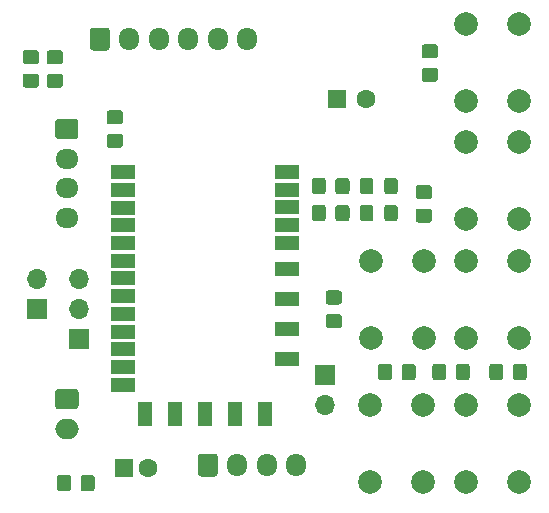
<source format=gts>
G04 #@! TF.GenerationSoftware,KiCad,Pcbnew,5.1.9+dfsg1-1+deb11u1*
G04 #@! TF.CreationDate,2023-05-29T16:58:53+09:00*
G04 #@! TF.ProjectId,bluetooth_JDY-67_dev_board,626c7565-746f-46f7-9468-5f4a44592d36,rev?*
G04 #@! TF.SameCoordinates,Original*
G04 #@! TF.FileFunction,Soldermask,Top*
G04 #@! TF.FilePolarity,Negative*
%FSLAX46Y46*%
G04 Gerber Fmt 4.6, Leading zero omitted, Abs format (unit mm)*
G04 Created by KiCad (PCBNEW 5.1.9+dfsg1-1+deb11u1) date 2023-05-29 16:58:53*
%MOMM*%
%LPD*%
G01*
G04 APERTURE LIST*
%ADD10R,1.600000X1.600000*%
%ADD11C,1.600000*%
%ADD12O,2.000000X1.700000*%
%ADD13R,1.700000X1.700000*%
%ADD14O,1.700000X1.700000*%
%ADD15O,1.950000X1.700000*%
%ADD16O,1.700000X1.950000*%
%ADD17C,2.000000*%
%ADD18R,2.000000X1.200000*%
%ADD19R,1.200000X2.000000*%
G04 APERTURE END LIST*
D10*
X106204000Y-116332000D03*
D11*
X108204000Y-116332000D03*
G36*
G01*
X103708000Y-117151999D02*
X103708000Y-118052001D01*
G75*
G02*
X103458001Y-118302000I-249999J0D01*
G01*
X102757999Y-118302000D01*
G75*
G02*
X102508000Y-118052001I0J249999D01*
G01*
X102508000Y-117151999D01*
G75*
G02*
X102757999Y-116902000I249999J0D01*
G01*
X103458001Y-116902000D01*
G75*
G02*
X103708000Y-117151999I0J-249999D01*
G01*
G37*
G36*
G01*
X101708000Y-117151999D02*
X101708000Y-118052001D01*
G75*
G02*
X101458001Y-118302000I-249999J0D01*
G01*
X100757999Y-118302000D01*
G75*
G02*
X100508000Y-118052001I0J249999D01*
G01*
X100508000Y-117151999D01*
G75*
G02*
X100757999Y-116902000I249999J0D01*
G01*
X101458001Y-116902000D01*
G75*
G02*
X101708000Y-117151999I0J-249999D01*
G01*
G37*
G36*
G01*
X100780001Y-82150000D02*
X99879999Y-82150000D01*
G75*
G02*
X99630000Y-81900001I0J249999D01*
G01*
X99630000Y-81199999D01*
G75*
G02*
X99879999Y-80950000I249999J0D01*
G01*
X100780001Y-80950000D01*
G75*
G02*
X101030000Y-81199999I0J-249999D01*
G01*
X101030000Y-81900001D01*
G75*
G02*
X100780001Y-82150000I-249999J0D01*
G01*
G37*
G36*
G01*
X100780001Y-84150000D02*
X99879999Y-84150000D01*
G75*
G02*
X99630000Y-83900001I0J249999D01*
G01*
X99630000Y-83199999D01*
G75*
G02*
X99879999Y-82950000I249999J0D01*
G01*
X100780001Y-82950000D01*
G75*
G02*
X101030000Y-83199999I0J-249999D01*
G01*
X101030000Y-83900001D01*
G75*
G02*
X100780001Y-84150000I-249999J0D01*
G01*
G37*
G36*
G01*
X129362000Y-92005999D02*
X129362000Y-92906001D01*
G75*
G02*
X129112001Y-93156000I-249999J0D01*
G01*
X128461999Y-93156000D01*
G75*
G02*
X128212000Y-92906001I0J249999D01*
G01*
X128212000Y-92005999D01*
G75*
G02*
X128461999Y-91756000I249999J0D01*
G01*
X129112001Y-91756000D01*
G75*
G02*
X129362000Y-92005999I0J-249999D01*
G01*
G37*
G36*
G01*
X127312000Y-92005999D02*
X127312000Y-92906001D01*
G75*
G02*
X127062001Y-93156000I-249999J0D01*
G01*
X126411999Y-93156000D01*
G75*
G02*
X126162000Y-92906001I0J249999D01*
G01*
X126162000Y-92005999D01*
G75*
G02*
X126411999Y-91756000I249999J0D01*
G01*
X127062001Y-91756000D01*
G75*
G02*
X127312000Y-92005999I0J-249999D01*
G01*
G37*
G36*
G01*
X127312000Y-94291999D02*
X127312000Y-95192001D01*
G75*
G02*
X127062001Y-95442000I-249999J0D01*
G01*
X126411999Y-95442000D01*
G75*
G02*
X126162000Y-95192001I0J249999D01*
G01*
X126162000Y-94291999D01*
G75*
G02*
X126411999Y-94042000I249999J0D01*
G01*
X127062001Y-94042000D01*
G75*
G02*
X127312000Y-94291999I0J-249999D01*
G01*
G37*
G36*
G01*
X129362000Y-94291999D02*
X129362000Y-95192001D01*
G75*
G02*
X129112001Y-95442000I-249999J0D01*
G01*
X128461999Y-95442000D01*
G75*
G02*
X128212000Y-95192001I0J249999D01*
G01*
X128212000Y-94291999D01*
G75*
G02*
X128461999Y-94042000I249999J0D01*
G01*
X129112001Y-94042000D01*
G75*
G02*
X129362000Y-94291999I0J-249999D01*
G01*
G37*
G36*
G01*
X100596000Y-109640000D02*
X102096000Y-109640000D01*
G75*
G02*
X102346000Y-109890000I0J-250000D01*
G01*
X102346000Y-111090000D01*
G75*
G02*
X102096000Y-111340000I-250000J0D01*
G01*
X100596000Y-111340000D01*
G75*
G02*
X100346000Y-111090000I0J250000D01*
G01*
X100346000Y-109890000D01*
G75*
G02*
X100596000Y-109640000I250000J0D01*
G01*
G37*
D12*
X101346000Y-112990000D03*
D13*
X98806000Y-102870000D03*
D14*
X98806000Y-100330000D03*
G36*
G01*
X100621000Y-86780000D02*
X102071000Y-86780000D01*
G75*
G02*
X102321000Y-87030000I0J-250000D01*
G01*
X102321000Y-88230000D01*
G75*
G02*
X102071000Y-88480000I-250000J0D01*
G01*
X100621000Y-88480000D01*
G75*
G02*
X100371000Y-88230000I0J250000D01*
G01*
X100371000Y-87030000D01*
G75*
G02*
X100621000Y-86780000I250000J0D01*
G01*
G37*
D15*
X101346000Y-90130000D03*
X101346000Y-92630000D03*
X101346000Y-95130000D03*
D16*
X120784000Y-116078000D03*
X118284000Y-116078000D03*
X115784000Y-116078000D03*
G36*
G01*
X112434000Y-116803000D02*
X112434000Y-115353000D01*
G75*
G02*
X112684000Y-115103000I250000J0D01*
G01*
X113884000Y-115103000D01*
G75*
G02*
X114134000Y-115353000I0J-250000D01*
G01*
X114134000Y-116803000D01*
G75*
G02*
X113884000Y-117053000I-250000J0D01*
G01*
X112684000Y-117053000D01*
G75*
G02*
X112434000Y-116803000I0J250000D01*
G01*
G37*
D14*
X123190000Y-110998000D03*
D13*
X123190000Y-108458000D03*
X102362000Y-105410000D03*
D14*
X102362000Y-102870000D03*
X102362000Y-100330000D03*
G36*
G01*
X103290000Y-80735000D02*
X103290000Y-79285000D01*
G75*
G02*
X103540000Y-79035000I250000J0D01*
G01*
X104740000Y-79035000D01*
G75*
G02*
X104990000Y-79285000I0J-250000D01*
G01*
X104990000Y-80735000D01*
G75*
G02*
X104740000Y-80985000I-250000J0D01*
G01*
X103540000Y-80985000D01*
G75*
G02*
X103290000Y-80735000I0J250000D01*
G01*
G37*
D16*
X106640000Y-80010000D03*
X109140000Y-80010000D03*
X111640000Y-80010000D03*
X114140000Y-80010000D03*
X116640000Y-80010000D03*
D10*
X124206000Y-85090000D03*
D11*
X126706000Y-85090000D03*
G36*
G01*
X105860001Y-87230000D02*
X104959999Y-87230000D01*
G75*
G02*
X104710000Y-86980001I0J249999D01*
G01*
X104710000Y-86279999D01*
G75*
G02*
X104959999Y-86030000I249999J0D01*
G01*
X105860001Y-86030000D01*
G75*
G02*
X106110000Y-86279999I0J-249999D01*
G01*
X106110000Y-86980001D01*
G75*
G02*
X105860001Y-87230000I-249999J0D01*
G01*
G37*
G36*
G01*
X105860001Y-89230000D02*
X104959999Y-89230000D01*
G75*
G02*
X104710000Y-88980001I0J249999D01*
G01*
X104710000Y-88279999D01*
G75*
G02*
X104959999Y-88030000I249999J0D01*
G01*
X105860001Y-88030000D01*
G75*
G02*
X106110000Y-88279999I0J-249999D01*
G01*
X106110000Y-88980001D01*
G75*
G02*
X105860001Y-89230000I-249999J0D01*
G01*
G37*
G36*
G01*
X97847999Y-80934000D02*
X98748001Y-80934000D01*
G75*
G02*
X98998000Y-81183999I0J-249999D01*
G01*
X98998000Y-81884001D01*
G75*
G02*
X98748001Y-82134000I-249999J0D01*
G01*
X97847999Y-82134000D01*
G75*
G02*
X97598000Y-81884001I0J249999D01*
G01*
X97598000Y-81183999D01*
G75*
G02*
X97847999Y-80934000I249999J0D01*
G01*
G37*
G36*
G01*
X97847999Y-82934000D02*
X98748001Y-82934000D01*
G75*
G02*
X98998000Y-83183999I0J-249999D01*
G01*
X98998000Y-83884001D01*
G75*
G02*
X98748001Y-84134000I-249999J0D01*
G01*
X97847999Y-84134000D01*
G75*
G02*
X97598000Y-83884001I0J249999D01*
G01*
X97598000Y-83183999D01*
G75*
G02*
X97847999Y-82934000I249999J0D01*
G01*
G37*
G36*
G01*
X123282000Y-92005999D02*
X123282000Y-92906001D01*
G75*
G02*
X123032001Y-93156000I-249999J0D01*
G01*
X122331999Y-93156000D01*
G75*
G02*
X122082000Y-92906001I0J249999D01*
G01*
X122082000Y-92005999D01*
G75*
G02*
X122331999Y-91756000I249999J0D01*
G01*
X123032001Y-91756000D01*
G75*
G02*
X123282000Y-92005999I0J-249999D01*
G01*
G37*
G36*
G01*
X125282000Y-92005999D02*
X125282000Y-92906001D01*
G75*
G02*
X125032001Y-93156000I-249999J0D01*
G01*
X124331999Y-93156000D01*
G75*
G02*
X124082000Y-92906001I0J249999D01*
G01*
X124082000Y-92005999D01*
G75*
G02*
X124331999Y-91756000I249999J0D01*
G01*
X125032001Y-91756000D01*
G75*
G02*
X125282000Y-92005999I0J-249999D01*
G01*
G37*
G36*
G01*
X125282000Y-94291999D02*
X125282000Y-95192001D01*
G75*
G02*
X125032001Y-95442000I-249999J0D01*
G01*
X124331999Y-95442000D01*
G75*
G02*
X124082000Y-95192001I0J249999D01*
G01*
X124082000Y-94291999D01*
G75*
G02*
X124331999Y-94042000I249999J0D01*
G01*
X125032001Y-94042000D01*
G75*
G02*
X125282000Y-94291999I0J-249999D01*
G01*
G37*
G36*
G01*
X123282000Y-94291999D02*
X123282000Y-95192001D01*
G75*
G02*
X123032001Y-95442000I-249999J0D01*
G01*
X122331999Y-95442000D01*
G75*
G02*
X122082000Y-95192001I0J249999D01*
G01*
X122082000Y-94291999D01*
G75*
G02*
X122331999Y-94042000I249999J0D01*
G01*
X123032001Y-94042000D01*
G75*
G02*
X123282000Y-94291999I0J-249999D01*
G01*
G37*
G36*
G01*
X132022001Y-95564000D02*
X131121999Y-95564000D01*
G75*
G02*
X130872000Y-95314001I0J249999D01*
G01*
X130872000Y-94613999D01*
G75*
G02*
X131121999Y-94364000I249999J0D01*
G01*
X132022001Y-94364000D01*
G75*
G02*
X132272000Y-94613999I0J-249999D01*
G01*
X132272000Y-95314001D01*
G75*
G02*
X132022001Y-95564000I-249999J0D01*
G01*
G37*
G36*
G01*
X132022001Y-93564000D02*
X131121999Y-93564000D01*
G75*
G02*
X130872000Y-93314001I0J249999D01*
G01*
X130872000Y-92613999D01*
G75*
G02*
X131121999Y-92364000I249999J0D01*
G01*
X132022001Y-92364000D01*
G75*
G02*
X132272000Y-92613999I0J-249999D01*
G01*
X132272000Y-93314001D01*
G75*
G02*
X132022001Y-93564000I-249999J0D01*
G01*
G37*
G36*
G01*
X139100000Y-108654001D02*
X139100000Y-107753999D01*
G75*
G02*
X139349999Y-107504000I249999J0D01*
G01*
X140050001Y-107504000D01*
G75*
G02*
X140300000Y-107753999I0J-249999D01*
G01*
X140300000Y-108654001D01*
G75*
G02*
X140050001Y-108904000I-249999J0D01*
G01*
X139349999Y-108904000D01*
G75*
G02*
X139100000Y-108654001I0J249999D01*
G01*
G37*
G36*
G01*
X137100000Y-108654001D02*
X137100000Y-107753999D01*
G75*
G02*
X137349999Y-107504000I249999J0D01*
G01*
X138050001Y-107504000D01*
G75*
G02*
X138300000Y-107753999I0J-249999D01*
G01*
X138300000Y-108654001D01*
G75*
G02*
X138050001Y-108904000I-249999J0D01*
G01*
X137349999Y-108904000D01*
G75*
G02*
X137100000Y-108654001I0J249999D01*
G01*
G37*
G36*
G01*
X127686000Y-108654001D02*
X127686000Y-107753999D01*
G75*
G02*
X127935999Y-107504000I249999J0D01*
G01*
X128636001Y-107504000D01*
G75*
G02*
X128886000Y-107753999I0J-249999D01*
G01*
X128886000Y-108654001D01*
G75*
G02*
X128636001Y-108904000I-249999J0D01*
G01*
X127935999Y-108904000D01*
G75*
G02*
X127686000Y-108654001I0J249999D01*
G01*
G37*
G36*
G01*
X129686000Y-108654001D02*
X129686000Y-107753999D01*
G75*
G02*
X129935999Y-107504000I249999J0D01*
G01*
X130636001Y-107504000D01*
G75*
G02*
X130886000Y-107753999I0J-249999D01*
G01*
X130886000Y-108654001D01*
G75*
G02*
X130636001Y-108904000I-249999J0D01*
G01*
X129935999Y-108904000D01*
G75*
G02*
X129686000Y-108654001I0J249999D01*
G01*
G37*
G36*
G01*
X124402001Y-102486000D02*
X123501999Y-102486000D01*
G75*
G02*
X123252000Y-102236001I0J249999D01*
G01*
X123252000Y-101535999D01*
G75*
G02*
X123501999Y-101286000I249999J0D01*
G01*
X124402001Y-101286000D01*
G75*
G02*
X124652000Y-101535999I0J-249999D01*
G01*
X124652000Y-102236001D01*
G75*
G02*
X124402001Y-102486000I-249999J0D01*
G01*
G37*
G36*
G01*
X124402001Y-104486000D02*
X123501999Y-104486000D01*
G75*
G02*
X123252000Y-104236001I0J249999D01*
G01*
X123252000Y-103535999D01*
G75*
G02*
X123501999Y-103286000I249999J0D01*
G01*
X124402001Y-103286000D01*
G75*
G02*
X124652000Y-103535999I0J-249999D01*
G01*
X124652000Y-104236001D01*
G75*
G02*
X124402001Y-104486000I-249999J0D01*
G01*
G37*
G36*
G01*
X132274000Y-108654001D02*
X132274000Y-107753999D01*
G75*
G02*
X132523999Y-107504000I249999J0D01*
G01*
X133224001Y-107504000D01*
G75*
G02*
X133474000Y-107753999I0J-249999D01*
G01*
X133474000Y-108654001D01*
G75*
G02*
X133224001Y-108904000I-249999J0D01*
G01*
X132523999Y-108904000D01*
G75*
G02*
X132274000Y-108654001I0J249999D01*
G01*
G37*
G36*
G01*
X134274000Y-108654001D02*
X134274000Y-107753999D01*
G75*
G02*
X134523999Y-107504000I249999J0D01*
G01*
X135224001Y-107504000D01*
G75*
G02*
X135474000Y-107753999I0J-249999D01*
G01*
X135474000Y-108654001D01*
G75*
G02*
X135224001Y-108904000I-249999J0D01*
G01*
X134523999Y-108904000D01*
G75*
G02*
X134274000Y-108654001I0J249999D01*
G01*
G37*
G36*
G01*
X132530001Y-81642000D02*
X131629999Y-81642000D01*
G75*
G02*
X131380000Y-81392001I0J249999D01*
G01*
X131380000Y-80691999D01*
G75*
G02*
X131629999Y-80442000I249999J0D01*
G01*
X132530001Y-80442000D01*
G75*
G02*
X132780000Y-80691999I0J-249999D01*
G01*
X132780000Y-81392001D01*
G75*
G02*
X132530001Y-81642000I-249999J0D01*
G01*
G37*
G36*
G01*
X132530001Y-83642000D02*
X131629999Y-83642000D01*
G75*
G02*
X131380000Y-83392001I0J249999D01*
G01*
X131380000Y-82691999D01*
G75*
G02*
X131629999Y-82442000I249999J0D01*
G01*
X132530001Y-82442000D01*
G75*
G02*
X132780000Y-82691999I0J-249999D01*
G01*
X132780000Y-83392001D01*
G75*
G02*
X132530001Y-83642000I-249999J0D01*
G01*
G37*
D17*
X139628000Y-95250000D03*
X135128000Y-95250000D03*
X139628000Y-88750000D03*
X135128000Y-88750000D03*
X135128000Y-110998000D03*
X139628000Y-110998000D03*
X135128000Y-117498000D03*
X139628000Y-117498000D03*
X131500000Y-117475000D03*
X127000000Y-117475000D03*
X131500000Y-110975000D03*
X127000000Y-110975000D03*
X127072000Y-98806000D03*
X131572000Y-98806000D03*
X127072000Y-105306000D03*
X131572000Y-105306000D03*
X139628000Y-105306000D03*
X135128000Y-105306000D03*
X139628000Y-98806000D03*
X135128000Y-98806000D03*
X135128000Y-78740000D03*
X139628000Y-78740000D03*
X135128000Y-85240000D03*
X139628000Y-85240000D03*
D18*
X106095800Y-91287600D03*
X106095800Y-92786200D03*
X106095800Y-94284800D03*
X106095800Y-95783400D03*
X106095800Y-97282000D03*
X106095800Y-98780600D03*
X106095800Y-100279200D03*
X106095800Y-101777800D03*
X106095800Y-103276400D03*
X106095800Y-104775000D03*
X106095800Y-106273600D03*
X106095800Y-107772200D03*
X106095800Y-109270800D03*
X120015000Y-97256600D03*
X120015000Y-95758000D03*
X120015000Y-94259400D03*
X120015000Y-92760800D03*
X120015000Y-91262200D03*
X120015000Y-107061000D03*
X120015000Y-104521000D03*
X120015000Y-101981000D03*
X120015000Y-99441000D03*
D19*
X107950000Y-111760000D03*
X110490000Y-111760000D03*
X113030000Y-111760000D03*
X115570000Y-111760000D03*
X118110000Y-111760000D03*
M02*

</source>
